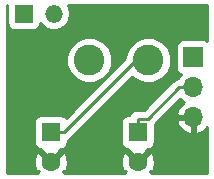
<source format=gbl>
G04 #@! TF.GenerationSoftware,KiCad,Pcbnew,5.0.2+dfsg1-1~bpo9+1*
G04 #@! TF.CreationDate,2020-08-26T14:23:20+01:00*
G04 #@! TF.ProjectId,ncp1402,6e637031-3430-4322-9e6b-696361645f70,rev?*
G04 #@! TF.SameCoordinates,Original*
G04 #@! TF.FileFunction,Copper,L2,Bot*
G04 #@! TF.FilePolarity,Positive*
%FSLAX46Y46*%
G04 Gerber Fmt 4.6, Leading zero omitted, Abs format (unit mm)*
G04 Created by KiCad (PCBNEW 5.0.2+dfsg1-1~bpo9+1) date Wed 26 Aug 2020 14:23:20 IST*
%MOMM*%
%LPD*%
G01*
G04 APERTURE LIST*
G04 #@! TA.AperFunction,ComponentPad*
%ADD10R,1.500000X1.500000*%
G04 #@! TD*
G04 #@! TA.AperFunction,ComponentPad*
%ADD11O,1.500000X1.500000*%
G04 #@! TD*
G04 #@! TA.AperFunction,ComponentPad*
%ADD12C,1.600000*%
G04 #@! TD*
G04 #@! TA.AperFunction,ComponentPad*
%ADD13R,1.600000X1.600000*%
G04 #@! TD*
G04 #@! TA.AperFunction,ComponentPad*
%ADD14R,1.700000X1.700000*%
G04 #@! TD*
G04 #@! TA.AperFunction,ComponentPad*
%ADD15O,1.700000X1.700000*%
G04 #@! TD*
G04 #@! TA.AperFunction,ComponentPad*
%ADD16C,2.600000*%
G04 #@! TD*
G04 #@! TA.AperFunction,Conductor*
%ADD17C,0.250000*%
G04 #@! TD*
G04 #@! TA.AperFunction,Conductor*
%ADD18C,0.254000*%
G04 #@! TD*
G04 APERTURE END LIST*
D10*
G04 #@! TO.P,D1,1*
G04 #@! TO.N,/Vout*
X132461000Y-70104000D03*
D11*
G04 #@! TO.P,D1,2*
G04 #@! TO.N,Net-(D1-Pad2)*
X135001000Y-70104000D03*
G04 #@! TD*
D12*
G04 #@! TO.P,C2,2*
G04 #@! TO.N,GND*
X142113000Y-82637000D03*
D13*
G04 #@! TO.P,C2,1*
G04 #@! TO.N,/Vout*
X142113000Y-80137000D03*
G04 #@! TD*
G04 #@! TO.P,C1,1*
G04 #@! TO.N,/Vin*
X134747000Y-80137000D03*
D12*
G04 #@! TO.P,C1,2*
G04 #@! TO.N,GND*
X134747000Y-82637000D03*
G04 #@! TD*
D14*
G04 #@! TO.P,J1,1*
G04 #@! TO.N,/Vin*
X146812000Y-73787000D03*
D15*
G04 #@! TO.P,J1,2*
G04 #@! TO.N,/Vout*
X146812000Y-76327000D03*
G04 #@! TO.P,J1,3*
G04 #@! TO.N,GND*
X146812000Y-78867000D03*
G04 #@! TD*
D16*
G04 #@! TO.P,L1,1*
G04 #@! TO.N,/Vin*
X143002000Y-74041000D03*
G04 #@! TO.P,L1,2*
G04 #@! TO.N,Net-(D1-Pad2)*
X138002000Y-74041000D03*
G04 #@! TD*
D17*
G04 #@! TO.N,/Vout*
X142113000Y-80137000D02*
X142113000Y-79011700D01*
X146812000Y-76327000D02*
X145636700Y-76327000D01*
X145636700Y-76327000D02*
X142952000Y-79011700D01*
X142952000Y-79011700D02*
X142113000Y-79011700D01*
G04 #@! TO.N,/Vin*
X134747000Y-80137000D02*
X135872300Y-80137000D01*
X143002000Y-74041000D02*
X141968300Y-74041000D01*
X141968300Y-74041000D02*
X135872300Y-80137000D01*
G04 #@! TD*
D18*
G04 #@! TO.N,GND*
G36*
X131063560Y-70854000D02*
X131112843Y-71101765D01*
X131253191Y-71311809D01*
X131463235Y-71452157D01*
X131711000Y-71501440D01*
X133211000Y-71501440D01*
X133458765Y-71452157D01*
X133668809Y-71311809D01*
X133809157Y-71101765D01*
X133853386Y-70879408D01*
X134002471Y-71102529D01*
X134460600Y-71408641D01*
X134864593Y-71489000D01*
X135137407Y-71489000D01*
X135541400Y-71408641D01*
X135999529Y-71102529D01*
X136305641Y-70644400D01*
X136413133Y-70104000D01*
X136305641Y-69563600D01*
X136207686Y-69417000D01*
X148007000Y-69417000D01*
X148007000Y-72403814D01*
X147909765Y-72338843D01*
X147662000Y-72289560D01*
X145962000Y-72289560D01*
X145714235Y-72338843D01*
X145504191Y-72479191D01*
X145363843Y-72689235D01*
X145314560Y-72937000D01*
X145314560Y-74637000D01*
X145363843Y-74884765D01*
X145504191Y-75094809D01*
X145714235Y-75235157D01*
X145759619Y-75244184D01*
X145741375Y-75256375D01*
X145529526Y-75573429D01*
X145340163Y-75611096D01*
X145088771Y-75779071D01*
X145046371Y-75842527D01*
X142637199Y-78251700D01*
X142187852Y-78251700D01*
X142113000Y-78236811D01*
X142038148Y-78251700D01*
X141816463Y-78295796D01*
X141565071Y-78463771D01*
X141414203Y-78689560D01*
X141313000Y-78689560D01*
X141065235Y-78738843D01*
X140855191Y-78879191D01*
X140714843Y-79089235D01*
X140665560Y-79337000D01*
X140665560Y-80937000D01*
X140714843Y-81184765D01*
X140855191Y-81394809D01*
X141065235Y-81535157D01*
X141299187Y-81581693D01*
X141284861Y-81629255D01*
X142113000Y-82457395D01*
X142941139Y-81629255D01*
X142926813Y-81581693D01*
X143160765Y-81535157D01*
X143370809Y-81394809D01*
X143511157Y-81184765D01*
X143560440Y-80937000D01*
X143560440Y-79478061D01*
X143814611Y-79223890D01*
X145370524Y-79223890D01*
X145540355Y-79633924D01*
X145930642Y-80062183D01*
X146455108Y-80308486D01*
X146685000Y-80187819D01*
X146685000Y-78994000D01*
X145491845Y-78994000D01*
X145370524Y-79223890D01*
X143814611Y-79223890D01*
X145701121Y-77337381D01*
X145741375Y-77397625D01*
X146060478Y-77610843D01*
X145930642Y-77671817D01*
X145540355Y-78100076D01*
X145370524Y-78510110D01*
X145491845Y-78740000D01*
X146685000Y-78740000D01*
X146685000Y-78720000D01*
X146939000Y-78720000D01*
X146939000Y-78740000D01*
X146959000Y-78740000D01*
X146959000Y-78994000D01*
X146939000Y-78994000D01*
X146939000Y-80187819D01*
X147168892Y-80308486D01*
X147693358Y-80062183D01*
X148007001Y-79718025D01*
X148007001Y-83618000D01*
X143197636Y-83618000D01*
X143235622Y-83580014D01*
X143120747Y-83465139D01*
X143366864Y-83391005D01*
X143559965Y-82853777D01*
X143532778Y-82283546D01*
X143366864Y-81882995D01*
X143120745Y-81808861D01*
X142292605Y-82637000D01*
X142306748Y-82651142D01*
X142127142Y-82830748D01*
X142113000Y-82816605D01*
X142098858Y-82830748D01*
X141919252Y-82651142D01*
X141933395Y-82637000D01*
X141105255Y-81808861D01*
X140859136Y-81882995D01*
X140666035Y-82420223D01*
X140693222Y-82990454D01*
X140859136Y-83391005D01*
X141105253Y-83465139D01*
X140990378Y-83580014D01*
X141028364Y-83618000D01*
X135831636Y-83618000D01*
X135869622Y-83580014D01*
X135754747Y-83465139D01*
X136000864Y-83391005D01*
X136193965Y-82853777D01*
X136166778Y-82283546D01*
X136000864Y-81882995D01*
X135754745Y-81808861D01*
X134926605Y-82637000D01*
X134940748Y-82651142D01*
X134761142Y-82830748D01*
X134747000Y-82816605D01*
X134732858Y-82830748D01*
X134553252Y-82651142D01*
X134567395Y-82637000D01*
X133739255Y-81808861D01*
X133493136Y-81882995D01*
X133300035Y-82420223D01*
X133327222Y-82990454D01*
X133493136Y-83391005D01*
X133739253Y-83465139D01*
X133624378Y-83580014D01*
X133662364Y-83618000D01*
X131012000Y-83618000D01*
X131012000Y-79337000D01*
X133299560Y-79337000D01*
X133299560Y-80937000D01*
X133348843Y-81184765D01*
X133489191Y-81394809D01*
X133699235Y-81535157D01*
X133933187Y-81581693D01*
X133918861Y-81629255D01*
X134747000Y-82457395D01*
X135575139Y-81629255D01*
X135560813Y-81581693D01*
X135794765Y-81535157D01*
X136004809Y-81394809D01*
X136145157Y-81184765D01*
X136194440Y-80937000D01*
X136194440Y-80835797D01*
X136420229Y-80684929D01*
X136462631Y-80621470D01*
X141654299Y-75429803D01*
X141905910Y-75681414D01*
X142617105Y-75976000D01*
X143386895Y-75976000D01*
X144098090Y-75681414D01*
X144642414Y-75137090D01*
X144937000Y-74425895D01*
X144937000Y-73656105D01*
X144642414Y-72944910D01*
X144098090Y-72400586D01*
X143386895Y-72106000D01*
X142617105Y-72106000D01*
X141905910Y-72400586D01*
X141361586Y-72944910D01*
X141067000Y-73656105D01*
X141067000Y-73867498D01*
X136025036Y-78909463D01*
X136004809Y-78879191D01*
X135794765Y-78738843D01*
X135547000Y-78689560D01*
X133947000Y-78689560D01*
X133699235Y-78738843D01*
X133489191Y-78879191D01*
X133348843Y-79089235D01*
X133299560Y-79337000D01*
X131012000Y-79337000D01*
X131012000Y-73656105D01*
X136067000Y-73656105D01*
X136067000Y-74425895D01*
X136361586Y-75137090D01*
X136905910Y-75681414D01*
X137617105Y-75976000D01*
X138386895Y-75976000D01*
X139098090Y-75681414D01*
X139642414Y-75137090D01*
X139937000Y-74425895D01*
X139937000Y-73656105D01*
X139642414Y-72944910D01*
X139098090Y-72400586D01*
X138386895Y-72106000D01*
X137617105Y-72106000D01*
X136905910Y-72400586D01*
X136361586Y-72944910D01*
X136067000Y-73656105D01*
X131012000Y-73656105D01*
X131012000Y-69417000D01*
X131063560Y-69417000D01*
X131063560Y-70854000D01*
X131063560Y-70854000D01*
G37*
X131063560Y-70854000D02*
X131112843Y-71101765D01*
X131253191Y-71311809D01*
X131463235Y-71452157D01*
X131711000Y-71501440D01*
X133211000Y-71501440D01*
X133458765Y-71452157D01*
X133668809Y-71311809D01*
X133809157Y-71101765D01*
X133853386Y-70879408D01*
X134002471Y-71102529D01*
X134460600Y-71408641D01*
X134864593Y-71489000D01*
X135137407Y-71489000D01*
X135541400Y-71408641D01*
X135999529Y-71102529D01*
X136305641Y-70644400D01*
X136413133Y-70104000D01*
X136305641Y-69563600D01*
X136207686Y-69417000D01*
X148007000Y-69417000D01*
X148007000Y-72403814D01*
X147909765Y-72338843D01*
X147662000Y-72289560D01*
X145962000Y-72289560D01*
X145714235Y-72338843D01*
X145504191Y-72479191D01*
X145363843Y-72689235D01*
X145314560Y-72937000D01*
X145314560Y-74637000D01*
X145363843Y-74884765D01*
X145504191Y-75094809D01*
X145714235Y-75235157D01*
X145759619Y-75244184D01*
X145741375Y-75256375D01*
X145529526Y-75573429D01*
X145340163Y-75611096D01*
X145088771Y-75779071D01*
X145046371Y-75842527D01*
X142637199Y-78251700D01*
X142187852Y-78251700D01*
X142113000Y-78236811D01*
X142038148Y-78251700D01*
X141816463Y-78295796D01*
X141565071Y-78463771D01*
X141414203Y-78689560D01*
X141313000Y-78689560D01*
X141065235Y-78738843D01*
X140855191Y-78879191D01*
X140714843Y-79089235D01*
X140665560Y-79337000D01*
X140665560Y-80937000D01*
X140714843Y-81184765D01*
X140855191Y-81394809D01*
X141065235Y-81535157D01*
X141299187Y-81581693D01*
X141284861Y-81629255D01*
X142113000Y-82457395D01*
X142941139Y-81629255D01*
X142926813Y-81581693D01*
X143160765Y-81535157D01*
X143370809Y-81394809D01*
X143511157Y-81184765D01*
X143560440Y-80937000D01*
X143560440Y-79478061D01*
X143814611Y-79223890D01*
X145370524Y-79223890D01*
X145540355Y-79633924D01*
X145930642Y-80062183D01*
X146455108Y-80308486D01*
X146685000Y-80187819D01*
X146685000Y-78994000D01*
X145491845Y-78994000D01*
X145370524Y-79223890D01*
X143814611Y-79223890D01*
X145701121Y-77337381D01*
X145741375Y-77397625D01*
X146060478Y-77610843D01*
X145930642Y-77671817D01*
X145540355Y-78100076D01*
X145370524Y-78510110D01*
X145491845Y-78740000D01*
X146685000Y-78740000D01*
X146685000Y-78720000D01*
X146939000Y-78720000D01*
X146939000Y-78740000D01*
X146959000Y-78740000D01*
X146959000Y-78994000D01*
X146939000Y-78994000D01*
X146939000Y-80187819D01*
X147168892Y-80308486D01*
X147693358Y-80062183D01*
X148007001Y-79718025D01*
X148007001Y-83618000D01*
X143197636Y-83618000D01*
X143235622Y-83580014D01*
X143120747Y-83465139D01*
X143366864Y-83391005D01*
X143559965Y-82853777D01*
X143532778Y-82283546D01*
X143366864Y-81882995D01*
X143120745Y-81808861D01*
X142292605Y-82637000D01*
X142306748Y-82651142D01*
X142127142Y-82830748D01*
X142113000Y-82816605D01*
X142098858Y-82830748D01*
X141919252Y-82651142D01*
X141933395Y-82637000D01*
X141105255Y-81808861D01*
X140859136Y-81882995D01*
X140666035Y-82420223D01*
X140693222Y-82990454D01*
X140859136Y-83391005D01*
X141105253Y-83465139D01*
X140990378Y-83580014D01*
X141028364Y-83618000D01*
X135831636Y-83618000D01*
X135869622Y-83580014D01*
X135754747Y-83465139D01*
X136000864Y-83391005D01*
X136193965Y-82853777D01*
X136166778Y-82283546D01*
X136000864Y-81882995D01*
X135754745Y-81808861D01*
X134926605Y-82637000D01*
X134940748Y-82651142D01*
X134761142Y-82830748D01*
X134747000Y-82816605D01*
X134732858Y-82830748D01*
X134553252Y-82651142D01*
X134567395Y-82637000D01*
X133739255Y-81808861D01*
X133493136Y-81882995D01*
X133300035Y-82420223D01*
X133327222Y-82990454D01*
X133493136Y-83391005D01*
X133739253Y-83465139D01*
X133624378Y-83580014D01*
X133662364Y-83618000D01*
X131012000Y-83618000D01*
X131012000Y-79337000D01*
X133299560Y-79337000D01*
X133299560Y-80937000D01*
X133348843Y-81184765D01*
X133489191Y-81394809D01*
X133699235Y-81535157D01*
X133933187Y-81581693D01*
X133918861Y-81629255D01*
X134747000Y-82457395D01*
X135575139Y-81629255D01*
X135560813Y-81581693D01*
X135794765Y-81535157D01*
X136004809Y-81394809D01*
X136145157Y-81184765D01*
X136194440Y-80937000D01*
X136194440Y-80835797D01*
X136420229Y-80684929D01*
X136462631Y-80621470D01*
X141654299Y-75429803D01*
X141905910Y-75681414D01*
X142617105Y-75976000D01*
X143386895Y-75976000D01*
X144098090Y-75681414D01*
X144642414Y-75137090D01*
X144937000Y-74425895D01*
X144937000Y-73656105D01*
X144642414Y-72944910D01*
X144098090Y-72400586D01*
X143386895Y-72106000D01*
X142617105Y-72106000D01*
X141905910Y-72400586D01*
X141361586Y-72944910D01*
X141067000Y-73656105D01*
X141067000Y-73867498D01*
X136025036Y-78909463D01*
X136004809Y-78879191D01*
X135794765Y-78738843D01*
X135547000Y-78689560D01*
X133947000Y-78689560D01*
X133699235Y-78738843D01*
X133489191Y-78879191D01*
X133348843Y-79089235D01*
X133299560Y-79337000D01*
X131012000Y-79337000D01*
X131012000Y-73656105D01*
X136067000Y-73656105D01*
X136067000Y-74425895D01*
X136361586Y-75137090D01*
X136905910Y-75681414D01*
X137617105Y-75976000D01*
X138386895Y-75976000D01*
X139098090Y-75681414D01*
X139642414Y-75137090D01*
X139937000Y-74425895D01*
X139937000Y-73656105D01*
X139642414Y-72944910D01*
X139098090Y-72400586D01*
X138386895Y-72106000D01*
X137617105Y-72106000D01*
X136905910Y-72400586D01*
X136361586Y-72944910D01*
X136067000Y-73656105D01*
X131012000Y-73656105D01*
X131012000Y-69417000D01*
X131063560Y-69417000D01*
X131063560Y-70854000D01*
G04 #@! TD*
M02*

</source>
